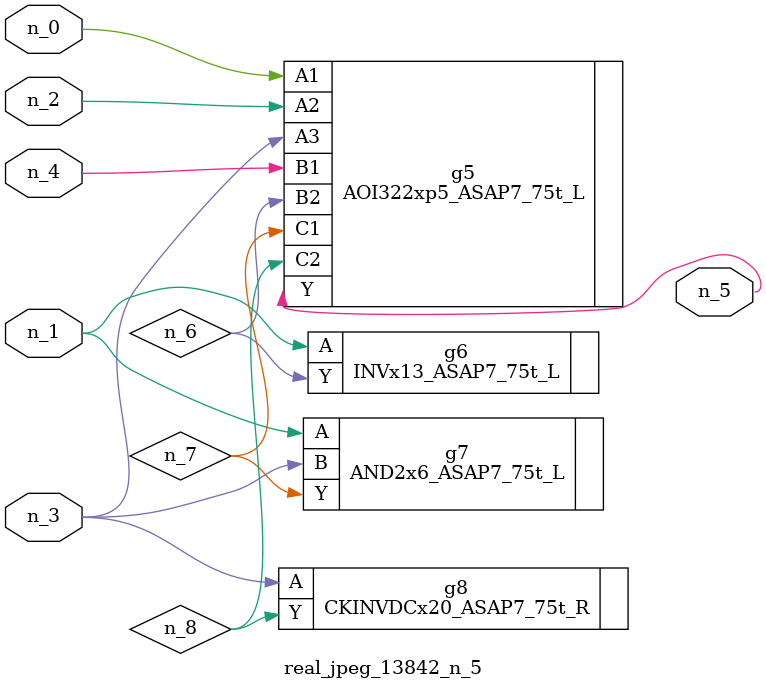
<source format=v>
module real_jpeg_13842_n_5 (n_4, n_0, n_1, n_2, n_3, n_5);

input n_4;
input n_0;
input n_1;
input n_2;
input n_3;

output n_5;

wire n_8;
wire n_6;
wire n_7;

AOI322xp5_ASAP7_75t_L g5 ( 
.A1(n_0),
.A2(n_2),
.A3(n_3),
.B1(n_4),
.B2(n_6),
.C1(n_7),
.C2(n_8),
.Y(n_5)
);

INVx13_ASAP7_75t_L g6 ( 
.A(n_1),
.Y(n_6)
);

AND2x6_ASAP7_75t_L g7 ( 
.A(n_1),
.B(n_3),
.Y(n_7)
);

CKINVDCx20_ASAP7_75t_R g8 ( 
.A(n_3),
.Y(n_8)
);


endmodule
</source>
